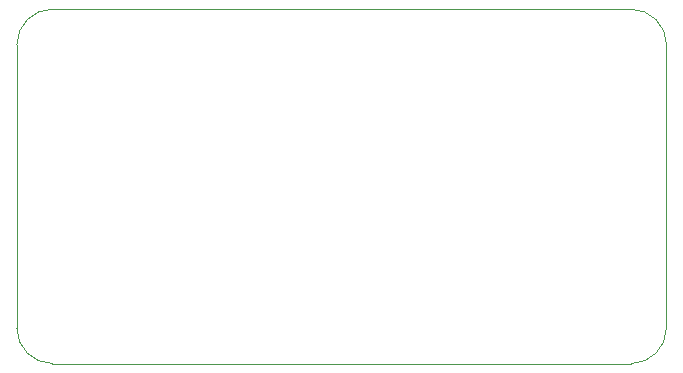
<source format=gbr>
%TF.GenerationSoftware,KiCad,Pcbnew,7.0.2-0*%
%TF.CreationDate,2023-10-10T16:02:43-04:00*%
%TF.ProjectId,WiringHarness,57697269-6e67-4486-9172-6e6573732e6b,rev?*%
%TF.SameCoordinates,Original*%
%TF.FileFunction,Profile,NP*%
%FSLAX46Y46*%
G04 Gerber Fmt 4.6, Leading zero omitted, Abs format (unit mm)*
G04 Created by KiCad (PCBNEW 7.0.2-0) date 2023-10-10 16:02:43*
%MOMM*%
%LPD*%
G01*
G04 APERTURE LIST*
%TA.AperFunction,Profile*%
%ADD10C,0.100000*%
%TD*%
G04 APERTURE END LIST*
D10*
X158000000Y-35000000D02*
G75*
G03*
X155000000Y-38000000I0J-3000000D01*
G01*
X158000000Y-65000000D02*
X207000000Y-65000000D01*
X207000000Y-65000000D02*
G75*
G03*
X210000000Y-62000000I0J3000000D01*
G01*
X207000000Y-35000000D02*
X158000000Y-35000000D01*
X155000000Y-38000000D02*
X155000000Y-62000000D01*
X155000000Y-62000000D02*
G75*
G03*
X158000000Y-65000000I3000000J0D01*
G01*
X210000000Y-38000000D02*
G75*
G03*
X207000000Y-35000000I-3000000J0D01*
G01*
X210000000Y-62000000D02*
X210000000Y-38000000D01*
M02*

</source>
